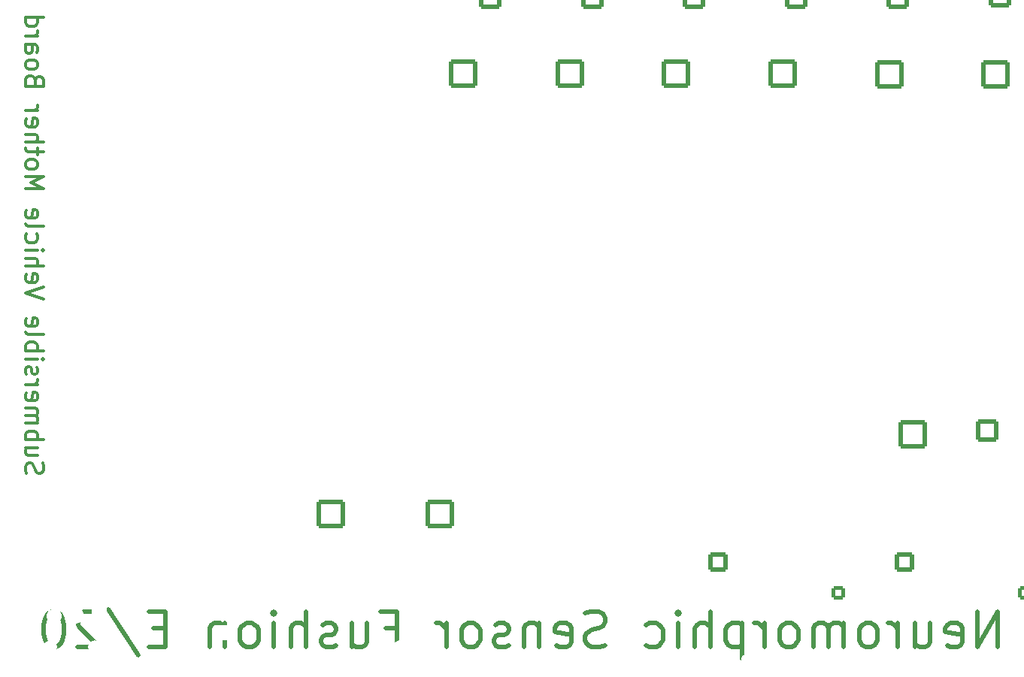
<source format=gbo>
G04 #@! TF.GenerationSoftware,KiCad,Pcbnew,9.0.7*
G04 #@! TF.CreationDate,2026-02-01T12:24:03+05:30*
G04 #@! TF.ProjectId,motherboard_sub,6d6f7468-6572-4626-9f61-72645f737562,rev?*
G04 #@! TF.SameCoordinates,Original*
G04 #@! TF.FileFunction,Legend,Bot*
G04 #@! TF.FilePolarity,Positive*
%FSLAX46Y46*%
G04 Gerber Fmt 4.6, Leading zero omitted, Abs format (unit mm)*
G04 Created by KiCad (PCBNEW 9.0.7) date 2026-02-01 12:24:03*
%MOMM*%
%LPD*%
G01*
G04 APERTURE LIST*
G04 Aperture macros list*
%AMRoundRect*
0 Rectangle with rounded corners*
0 $1 Rounding radius*
0 $2 $3 $4 $5 $6 $7 $8 $9 X,Y pos of 4 corners*
0 Add a 4 corners polygon primitive as box body*
4,1,4,$2,$3,$4,$5,$6,$7,$8,$9,$2,$3,0*
0 Add four circle primitives for the rounded corners*
1,1,$1+$1,$2,$3*
1,1,$1+$1,$4,$5*
1,1,$1+$1,$6,$7*
1,1,$1+$1,$8,$9*
0 Add four rect primitives between the rounded corners*
20,1,$1+$1,$2,$3,$4,$5,0*
20,1,$1+$1,$4,$5,$6,$7,0*
20,1,$1+$1,$6,$7,$8,$9,0*
20,1,$1+$1,$8,$9,$2,$3,0*%
G04 Aperture macros list end*
%ADD10C,0.300000*%
%ADD11C,0.500000*%
%ADD12C,1.600000*%
%ADD13R,1.700000X1.700000*%
%ADD14C,1.700000*%
%ADD15C,1.500000*%
%ADD16O,2.000000X1.200000*%
%ADD17R,1.800000X1.800000*%
%ADD18C,1.800000*%
%ADD19RoundRect,0.250000X-0.550000X0.550000X-0.550000X-0.550000X0.550000X-0.550000X0.550000X0.550000X0*%
%ADD20R,2.000000X1.905000*%
%ADD21O,2.000000X1.905000*%
%ADD22RoundRect,0.250000X1.050000X-1.050000X1.050000X1.050000X-1.050000X1.050000X-1.050000X-1.050000X0*%
%ADD23C,2.600000*%
%ADD24RoundRect,0.250000X1.350000X1.350000X-1.350000X1.350000X-1.350000X-1.350000X1.350000X-1.350000X0*%
%ADD25C,3.200000*%
%ADD26RoundRect,0.250000X1.050000X1.050000X-1.050000X1.050000X-1.050000X-1.050000X1.050000X-1.050000X0*%
%ADD27RoundRect,0.250000X-1.350000X1.350000X-1.350000X-1.350000X1.350000X-1.350000X1.350000X1.350000X0*%
%ADD28R,1.905000X2.000000*%
%ADD29O,1.905000X2.000000*%
%ADD30RoundRect,0.249999X0.850001X-0.850001X0.850001X0.850001X-0.850001X0.850001X-0.850001X-0.850001X0*%
%ADD31C,2.200000*%
%ADD32RoundRect,0.250000X-1.050000X-1.050000X1.050000X-1.050000X1.050000X1.050000X-1.050000X1.050000X0*%
%ADD33RoundRect,0.250000X-1.350000X-1.350000X1.350000X-1.350000X1.350000X1.350000X-1.350000X1.350000X0*%
%ADD34RoundRect,0.250000X0.650000X1.550000X-0.650000X1.550000X-0.650000X-1.550000X0.650000X-1.550000X0*%
%ADD35O,1.800000X3.600000*%
G04 APERTURE END LIST*
D10*
X24355600Y-124421679D02*
X24260361Y-124135965D01*
X24260361Y-124135965D02*
X24260361Y-123659774D01*
X24260361Y-123659774D02*
X24355600Y-123469298D01*
X24355600Y-123469298D02*
X24450838Y-123374060D01*
X24450838Y-123374060D02*
X24641314Y-123278822D01*
X24641314Y-123278822D02*
X24831790Y-123278822D01*
X24831790Y-123278822D02*
X25022266Y-123374060D01*
X25022266Y-123374060D02*
X25117504Y-123469298D01*
X25117504Y-123469298D02*
X25212742Y-123659774D01*
X25212742Y-123659774D02*
X25307980Y-124040727D01*
X25307980Y-124040727D02*
X25403219Y-124231203D01*
X25403219Y-124231203D02*
X25498457Y-124326441D01*
X25498457Y-124326441D02*
X25688933Y-124421679D01*
X25688933Y-124421679D02*
X25879409Y-124421679D01*
X25879409Y-124421679D02*
X26069885Y-124326441D01*
X26069885Y-124326441D02*
X26165123Y-124231203D01*
X26165123Y-124231203D02*
X26260361Y-124040727D01*
X26260361Y-124040727D02*
X26260361Y-123564536D01*
X26260361Y-123564536D02*
X26165123Y-123278822D01*
X25593695Y-121564536D02*
X24260361Y-121564536D01*
X25593695Y-122421679D02*
X24546076Y-122421679D01*
X24546076Y-122421679D02*
X24355600Y-122326441D01*
X24355600Y-122326441D02*
X24260361Y-122135965D01*
X24260361Y-122135965D02*
X24260361Y-121850250D01*
X24260361Y-121850250D02*
X24355600Y-121659774D01*
X24355600Y-121659774D02*
X24450838Y-121564536D01*
X24260361Y-120612155D02*
X26260361Y-120612155D01*
X25498457Y-120612155D02*
X25593695Y-120421679D01*
X25593695Y-120421679D02*
X25593695Y-120040726D01*
X25593695Y-120040726D02*
X25498457Y-119850250D01*
X25498457Y-119850250D02*
X25403219Y-119755012D01*
X25403219Y-119755012D02*
X25212742Y-119659774D01*
X25212742Y-119659774D02*
X24641314Y-119659774D01*
X24641314Y-119659774D02*
X24450838Y-119755012D01*
X24450838Y-119755012D02*
X24355600Y-119850250D01*
X24355600Y-119850250D02*
X24260361Y-120040726D01*
X24260361Y-120040726D02*
X24260361Y-120421679D01*
X24260361Y-120421679D02*
X24355600Y-120612155D01*
X24260361Y-118802631D02*
X25593695Y-118802631D01*
X25403219Y-118802631D02*
X25498457Y-118707393D01*
X25498457Y-118707393D02*
X25593695Y-118516917D01*
X25593695Y-118516917D02*
X25593695Y-118231202D01*
X25593695Y-118231202D02*
X25498457Y-118040726D01*
X25498457Y-118040726D02*
X25307980Y-117945488D01*
X25307980Y-117945488D02*
X24260361Y-117945488D01*
X25307980Y-117945488D02*
X25498457Y-117850250D01*
X25498457Y-117850250D02*
X25593695Y-117659774D01*
X25593695Y-117659774D02*
X25593695Y-117374060D01*
X25593695Y-117374060D02*
X25498457Y-117183583D01*
X25498457Y-117183583D02*
X25307980Y-117088345D01*
X25307980Y-117088345D02*
X24260361Y-117088345D01*
X24355600Y-115374059D02*
X24260361Y-115564535D01*
X24260361Y-115564535D02*
X24260361Y-115945488D01*
X24260361Y-115945488D02*
X24355600Y-116135964D01*
X24355600Y-116135964D02*
X24546076Y-116231202D01*
X24546076Y-116231202D02*
X25307980Y-116231202D01*
X25307980Y-116231202D02*
X25498457Y-116135964D01*
X25498457Y-116135964D02*
X25593695Y-115945488D01*
X25593695Y-115945488D02*
X25593695Y-115564535D01*
X25593695Y-115564535D02*
X25498457Y-115374059D01*
X25498457Y-115374059D02*
X25307980Y-115278821D01*
X25307980Y-115278821D02*
X25117504Y-115278821D01*
X25117504Y-115278821D02*
X24927028Y-116231202D01*
X24260361Y-114421678D02*
X25593695Y-114421678D01*
X25212742Y-114421678D02*
X25403219Y-114326440D01*
X25403219Y-114326440D02*
X25498457Y-114231202D01*
X25498457Y-114231202D02*
X25593695Y-114040726D01*
X25593695Y-114040726D02*
X25593695Y-113850249D01*
X24355600Y-113278821D02*
X24260361Y-113088345D01*
X24260361Y-113088345D02*
X24260361Y-112707393D01*
X24260361Y-112707393D02*
X24355600Y-112516916D01*
X24355600Y-112516916D02*
X24546076Y-112421678D01*
X24546076Y-112421678D02*
X24641314Y-112421678D01*
X24641314Y-112421678D02*
X24831790Y-112516916D01*
X24831790Y-112516916D02*
X24927028Y-112707393D01*
X24927028Y-112707393D02*
X24927028Y-112993107D01*
X24927028Y-112993107D02*
X25022266Y-113183583D01*
X25022266Y-113183583D02*
X25212742Y-113278821D01*
X25212742Y-113278821D02*
X25307980Y-113278821D01*
X25307980Y-113278821D02*
X25498457Y-113183583D01*
X25498457Y-113183583D02*
X25593695Y-112993107D01*
X25593695Y-112993107D02*
X25593695Y-112707393D01*
X25593695Y-112707393D02*
X25498457Y-112516916D01*
X24260361Y-111564535D02*
X25593695Y-111564535D01*
X26260361Y-111564535D02*
X26165123Y-111659773D01*
X26165123Y-111659773D02*
X26069885Y-111564535D01*
X26069885Y-111564535D02*
X26165123Y-111469297D01*
X26165123Y-111469297D02*
X26260361Y-111564535D01*
X26260361Y-111564535D02*
X26069885Y-111564535D01*
X24260361Y-110612154D02*
X26260361Y-110612154D01*
X25498457Y-110612154D02*
X25593695Y-110421678D01*
X25593695Y-110421678D02*
X25593695Y-110040725D01*
X25593695Y-110040725D02*
X25498457Y-109850249D01*
X25498457Y-109850249D02*
X25403219Y-109755011D01*
X25403219Y-109755011D02*
X25212742Y-109659773D01*
X25212742Y-109659773D02*
X24641314Y-109659773D01*
X24641314Y-109659773D02*
X24450838Y-109755011D01*
X24450838Y-109755011D02*
X24355600Y-109850249D01*
X24355600Y-109850249D02*
X24260361Y-110040725D01*
X24260361Y-110040725D02*
X24260361Y-110421678D01*
X24260361Y-110421678D02*
X24355600Y-110612154D01*
X24260361Y-108516916D02*
X24355600Y-108707392D01*
X24355600Y-108707392D02*
X24546076Y-108802630D01*
X24546076Y-108802630D02*
X26260361Y-108802630D01*
X24355600Y-106993106D02*
X24260361Y-107183582D01*
X24260361Y-107183582D02*
X24260361Y-107564535D01*
X24260361Y-107564535D02*
X24355600Y-107755011D01*
X24355600Y-107755011D02*
X24546076Y-107850249D01*
X24546076Y-107850249D02*
X25307980Y-107850249D01*
X25307980Y-107850249D02*
X25498457Y-107755011D01*
X25498457Y-107755011D02*
X25593695Y-107564535D01*
X25593695Y-107564535D02*
X25593695Y-107183582D01*
X25593695Y-107183582D02*
X25498457Y-106993106D01*
X25498457Y-106993106D02*
X25307980Y-106897868D01*
X25307980Y-106897868D02*
X25117504Y-106897868D01*
X25117504Y-106897868D02*
X24927028Y-107850249D01*
X26260361Y-104802629D02*
X24260361Y-104135963D01*
X24260361Y-104135963D02*
X26260361Y-103469296D01*
X24355600Y-102040724D02*
X24260361Y-102231200D01*
X24260361Y-102231200D02*
X24260361Y-102612153D01*
X24260361Y-102612153D02*
X24355600Y-102802629D01*
X24355600Y-102802629D02*
X24546076Y-102897867D01*
X24546076Y-102897867D02*
X25307980Y-102897867D01*
X25307980Y-102897867D02*
X25498457Y-102802629D01*
X25498457Y-102802629D02*
X25593695Y-102612153D01*
X25593695Y-102612153D02*
X25593695Y-102231200D01*
X25593695Y-102231200D02*
X25498457Y-102040724D01*
X25498457Y-102040724D02*
X25307980Y-101945486D01*
X25307980Y-101945486D02*
X25117504Y-101945486D01*
X25117504Y-101945486D02*
X24927028Y-102897867D01*
X24260361Y-101088343D02*
X26260361Y-101088343D01*
X24260361Y-100231200D02*
X25307980Y-100231200D01*
X25307980Y-100231200D02*
X25498457Y-100326438D01*
X25498457Y-100326438D02*
X25593695Y-100516914D01*
X25593695Y-100516914D02*
X25593695Y-100802629D01*
X25593695Y-100802629D02*
X25498457Y-100993105D01*
X25498457Y-100993105D02*
X25403219Y-101088343D01*
X24260361Y-99278819D02*
X25593695Y-99278819D01*
X26260361Y-99278819D02*
X26165123Y-99374057D01*
X26165123Y-99374057D02*
X26069885Y-99278819D01*
X26069885Y-99278819D02*
X26165123Y-99183581D01*
X26165123Y-99183581D02*
X26260361Y-99278819D01*
X26260361Y-99278819D02*
X26069885Y-99278819D01*
X24355600Y-97469295D02*
X24260361Y-97659771D01*
X24260361Y-97659771D02*
X24260361Y-98040724D01*
X24260361Y-98040724D02*
X24355600Y-98231200D01*
X24355600Y-98231200D02*
X24450838Y-98326438D01*
X24450838Y-98326438D02*
X24641314Y-98421676D01*
X24641314Y-98421676D02*
X25212742Y-98421676D01*
X25212742Y-98421676D02*
X25403219Y-98326438D01*
X25403219Y-98326438D02*
X25498457Y-98231200D01*
X25498457Y-98231200D02*
X25593695Y-98040724D01*
X25593695Y-98040724D02*
X25593695Y-97659771D01*
X25593695Y-97659771D02*
X25498457Y-97469295D01*
X24260361Y-96326438D02*
X24355600Y-96516914D01*
X24355600Y-96516914D02*
X24546076Y-96612152D01*
X24546076Y-96612152D02*
X26260361Y-96612152D01*
X24355600Y-94802628D02*
X24260361Y-94993104D01*
X24260361Y-94993104D02*
X24260361Y-95374057D01*
X24260361Y-95374057D02*
X24355600Y-95564533D01*
X24355600Y-95564533D02*
X24546076Y-95659771D01*
X24546076Y-95659771D02*
X25307980Y-95659771D01*
X25307980Y-95659771D02*
X25498457Y-95564533D01*
X25498457Y-95564533D02*
X25593695Y-95374057D01*
X25593695Y-95374057D02*
X25593695Y-94993104D01*
X25593695Y-94993104D02*
X25498457Y-94802628D01*
X25498457Y-94802628D02*
X25307980Y-94707390D01*
X25307980Y-94707390D02*
X25117504Y-94707390D01*
X25117504Y-94707390D02*
X24927028Y-95659771D01*
X24260361Y-92326437D02*
X26260361Y-92326437D01*
X26260361Y-92326437D02*
X24831790Y-91659770D01*
X24831790Y-91659770D02*
X26260361Y-90993104D01*
X26260361Y-90993104D02*
X24260361Y-90993104D01*
X24260361Y-89755009D02*
X24355600Y-89945485D01*
X24355600Y-89945485D02*
X24450838Y-90040723D01*
X24450838Y-90040723D02*
X24641314Y-90135961D01*
X24641314Y-90135961D02*
X25212742Y-90135961D01*
X25212742Y-90135961D02*
X25403219Y-90040723D01*
X25403219Y-90040723D02*
X25498457Y-89945485D01*
X25498457Y-89945485D02*
X25593695Y-89755009D01*
X25593695Y-89755009D02*
X25593695Y-89469294D01*
X25593695Y-89469294D02*
X25498457Y-89278818D01*
X25498457Y-89278818D02*
X25403219Y-89183580D01*
X25403219Y-89183580D02*
X25212742Y-89088342D01*
X25212742Y-89088342D02*
X24641314Y-89088342D01*
X24641314Y-89088342D02*
X24450838Y-89183580D01*
X24450838Y-89183580D02*
X24355600Y-89278818D01*
X24355600Y-89278818D02*
X24260361Y-89469294D01*
X24260361Y-89469294D02*
X24260361Y-89755009D01*
X25593695Y-88516913D02*
X25593695Y-87755009D01*
X26260361Y-88231199D02*
X24546076Y-88231199D01*
X24546076Y-88231199D02*
X24355600Y-88135961D01*
X24355600Y-88135961D02*
X24260361Y-87945485D01*
X24260361Y-87945485D02*
X24260361Y-87755009D01*
X24260361Y-87088342D02*
X26260361Y-87088342D01*
X24260361Y-86231199D02*
X25307980Y-86231199D01*
X25307980Y-86231199D02*
X25498457Y-86326437D01*
X25498457Y-86326437D02*
X25593695Y-86516913D01*
X25593695Y-86516913D02*
X25593695Y-86802628D01*
X25593695Y-86802628D02*
X25498457Y-86993104D01*
X25498457Y-86993104D02*
X25403219Y-87088342D01*
X24355600Y-84516913D02*
X24260361Y-84707389D01*
X24260361Y-84707389D02*
X24260361Y-85088342D01*
X24260361Y-85088342D02*
X24355600Y-85278818D01*
X24355600Y-85278818D02*
X24546076Y-85374056D01*
X24546076Y-85374056D02*
X25307980Y-85374056D01*
X25307980Y-85374056D02*
X25498457Y-85278818D01*
X25498457Y-85278818D02*
X25593695Y-85088342D01*
X25593695Y-85088342D02*
X25593695Y-84707389D01*
X25593695Y-84707389D02*
X25498457Y-84516913D01*
X25498457Y-84516913D02*
X25307980Y-84421675D01*
X25307980Y-84421675D02*
X25117504Y-84421675D01*
X25117504Y-84421675D02*
X24927028Y-85374056D01*
X24260361Y-83564532D02*
X25593695Y-83564532D01*
X25212742Y-83564532D02*
X25403219Y-83469294D01*
X25403219Y-83469294D02*
X25498457Y-83374056D01*
X25498457Y-83374056D02*
X25593695Y-83183580D01*
X25593695Y-83183580D02*
X25593695Y-82993103D01*
X25307980Y-80135960D02*
X25212742Y-79850246D01*
X25212742Y-79850246D02*
X25117504Y-79755008D01*
X25117504Y-79755008D02*
X24927028Y-79659770D01*
X24927028Y-79659770D02*
X24641314Y-79659770D01*
X24641314Y-79659770D02*
X24450838Y-79755008D01*
X24450838Y-79755008D02*
X24355600Y-79850246D01*
X24355600Y-79850246D02*
X24260361Y-80040722D01*
X24260361Y-80040722D02*
X24260361Y-80802627D01*
X24260361Y-80802627D02*
X26260361Y-80802627D01*
X26260361Y-80802627D02*
X26260361Y-80135960D01*
X26260361Y-80135960D02*
X26165123Y-79945484D01*
X26165123Y-79945484D02*
X26069885Y-79850246D01*
X26069885Y-79850246D02*
X25879409Y-79755008D01*
X25879409Y-79755008D02*
X25688933Y-79755008D01*
X25688933Y-79755008D02*
X25498457Y-79850246D01*
X25498457Y-79850246D02*
X25403219Y-79945484D01*
X25403219Y-79945484D02*
X25307980Y-80135960D01*
X25307980Y-80135960D02*
X25307980Y-80802627D01*
X24260361Y-78516913D02*
X24355600Y-78707389D01*
X24355600Y-78707389D02*
X24450838Y-78802627D01*
X24450838Y-78802627D02*
X24641314Y-78897865D01*
X24641314Y-78897865D02*
X25212742Y-78897865D01*
X25212742Y-78897865D02*
X25403219Y-78802627D01*
X25403219Y-78802627D02*
X25498457Y-78707389D01*
X25498457Y-78707389D02*
X25593695Y-78516913D01*
X25593695Y-78516913D02*
X25593695Y-78231198D01*
X25593695Y-78231198D02*
X25498457Y-78040722D01*
X25498457Y-78040722D02*
X25403219Y-77945484D01*
X25403219Y-77945484D02*
X25212742Y-77850246D01*
X25212742Y-77850246D02*
X24641314Y-77850246D01*
X24641314Y-77850246D02*
X24450838Y-77945484D01*
X24450838Y-77945484D02*
X24355600Y-78040722D01*
X24355600Y-78040722D02*
X24260361Y-78231198D01*
X24260361Y-78231198D02*
X24260361Y-78516913D01*
X24260361Y-76135960D02*
X25307980Y-76135960D01*
X25307980Y-76135960D02*
X25498457Y-76231198D01*
X25498457Y-76231198D02*
X25593695Y-76421674D01*
X25593695Y-76421674D02*
X25593695Y-76802627D01*
X25593695Y-76802627D02*
X25498457Y-76993103D01*
X24355600Y-76135960D02*
X24260361Y-76326436D01*
X24260361Y-76326436D02*
X24260361Y-76802627D01*
X24260361Y-76802627D02*
X24355600Y-76993103D01*
X24355600Y-76993103D02*
X24546076Y-77088341D01*
X24546076Y-77088341D02*
X24736552Y-77088341D01*
X24736552Y-77088341D02*
X24927028Y-76993103D01*
X24927028Y-76993103D02*
X25022266Y-76802627D01*
X25022266Y-76802627D02*
X25022266Y-76326436D01*
X25022266Y-76326436D02*
X25117504Y-76135960D01*
X24260361Y-75183579D02*
X25593695Y-75183579D01*
X25212742Y-75183579D02*
X25403219Y-75088341D01*
X25403219Y-75088341D02*
X25498457Y-74993103D01*
X25498457Y-74993103D02*
X25593695Y-74802627D01*
X25593695Y-74802627D02*
X25593695Y-74612150D01*
X24260361Y-73088341D02*
X26260361Y-73088341D01*
X24355600Y-73088341D02*
X24260361Y-73278817D01*
X24260361Y-73278817D02*
X24260361Y-73659770D01*
X24260361Y-73659770D02*
X24355600Y-73850246D01*
X24355600Y-73850246D02*
X24450838Y-73945484D01*
X24450838Y-73945484D02*
X24641314Y-74040722D01*
X24641314Y-74040722D02*
X25212742Y-74040722D01*
X25212742Y-74040722D02*
X25403219Y-73945484D01*
X25403219Y-73945484D02*
X25498457Y-73850246D01*
X25498457Y-73850246D02*
X25593695Y-73659770D01*
X25593695Y-73659770D02*
X25593695Y-73278817D01*
X25593695Y-73278817D02*
X25498457Y-73088341D01*
D11*
X133718672Y-143984476D02*
X133718672Y-139984476D01*
X133718672Y-139984476D02*
X131432957Y-143984476D01*
X131432957Y-143984476D02*
X131432957Y-139984476D01*
X128004386Y-143794000D02*
X128385338Y-143984476D01*
X128385338Y-143984476D02*
X129147243Y-143984476D01*
X129147243Y-143984476D02*
X129528196Y-143794000D01*
X129528196Y-143794000D02*
X129718672Y-143413047D01*
X129718672Y-143413047D02*
X129718672Y-141889238D01*
X129718672Y-141889238D02*
X129528196Y-141508285D01*
X129528196Y-141508285D02*
X129147243Y-141317809D01*
X129147243Y-141317809D02*
X128385338Y-141317809D01*
X128385338Y-141317809D02*
X128004386Y-141508285D01*
X128004386Y-141508285D02*
X127813910Y-141889238D01*
X127813910Y-141889238D02*
X127813910Y-142270190D01*
X127813910Y-142270190D02*
X129718672Y-142651142D01*
X124385339Y-141317809D02*
X124385339Y-143984476D01*
X126099625Y-141317809D02*
X126099625Y-143413047D01*
X126099625Y-143413047D02*
X125909148Y-143794000D01*
X125909148Y-143794000D02*
X125528196Y-143984476D01*
X125528196Y-143984476D02*
X124956767Y-143984476D01*
X124956767Y-143984476D02*
X124575815Y-143794000D01*
X124575815Y-143794000D02*
X124385339Y-143603523D01*
X122480577Y-143984476D02*
X122480577Y-141317809D01*
X122480577Y-142079714D02*
X122290100Y-141698761D01*
X122290100Y-141698761D02*
X122099624Y-141508285D01*
X122099624Y-141508285D02*
X121718672Y-141317809D01*
X121718672Y-141317809D02*
X121337719Y-141317809D01*
X119432958Y-143984476D02*
X119813910Y-143794000D01*
X119813910Y-143794000D02*
X120004387Y-143603523D01*
X120004387Y-143603523D02*
X120194863Y-143222571D01*
X120194863Y-143222571D02*
X120194863Y-142079714D01*
X120194863Y-142079714D02*
X120004387Y-141698761D01*
X120004387Y-141698761D02*
X119813910Y-141508285D01*
X119813910Y-141508285D02*
X119432958Y-141317809D01*
X119432958Y-141317809D02*
X118861529Y-141317809D01*
X118861529Y-141317809D02*
X118480577Y-141508285D01*
X118480577Y-141508285D02*
X118290101Y-141698761D01*
X118290101Y-141698761D02*
X118099625Y-142079714D01*
X118099625Y-142079714D02*
X118099625Y-143222571D01*
X118099625Y-143222571D02*
X118290101Y-143603523D01*
X118290101Y-143603523D02*
X118480577Y-143794000D01*
X118480577Y-143794000D02*
X118861529Y-143984476D01*
X118861529Y-143984476D02*
X119432958Y-143984476D01*
X116385339Y-143984476D02*
X116385339Y-141317809D01*
X116385339Y-141698761D02*
X116194862Y-141508285D01*
X116194862Y-141508285D02*
X115813910Y-141317809D01*
X115813910Y-141317809D02*
X115242481Y-141317809D01*
X115242481Y-141317809D02*
X114861529Y-141508285D01*
X114861529Y-141508285D02*
X114671053Y-141889238D01*
X114671053Y-141889238D02*
X114671053Y-143984476D01*
X114671053Y-141889238D02*
X114480577Y-141508285D01*
X114480577Y-141508285D02*
X114099624Y-141317809D01*
X114099624Y-141317809D02*
X113528196Y-141317809D01*
X113528196Y-141317809D02*
X113147243Y-141508285D01*
X113147243Y-141508285D02*
X112956767Y-141889238D01*
X112956767Y-141889238D02*
X112956767Y-143984476D01*
X110480577Y-143984476D02*
X110861529Y-143794000D01*
X110861529Y-143794000D02*
X111052006Y-143603523D01*
X111052006Y-143603523D02*
X111242482Y-143222571D01*
X111242482Y-143222571D02*
X111242482Y-142079714D01*
X111242482Y-142079714D02*
X111052006Y-141698761D01*
X111052006Y-141698761D02*
X110861529Y-141508285D01*
X110861529Y-141508285D02*
X110480577Y-141317809D01*
X110480577Y-141317809D02*
X109909148Y-141317809D01*
X109909148Y-141317809D02*
X109528196Y-141508285D01*
X109528196Y-141508285D02*
X109337720Y-141698761D01*
X109337720Y-141698761D02*
X109147244Y-142079714D01*
X109147244Y-142079714D02*
X109147244Y-143222571D01*
X109147244Y-143222571D02*
X109337720Y-143603523D01*
X109337720Y-143603523D02*
X109528196Y-143794000D01*
X109528196Y-143794000D02*
X109909148Y-143984476D01*
X109909148Y-143984476D02*
X110480577Y-143984476D01*
X107432958Y-143984476D02*
X107432958Y-141317809D01*
X107432958Y-142079714D02*
X107242481Y-141698761D01*
X107242481Y-141698761D02*
X107052005Y-141508285D01*
X107052005Y-141508285D02*
X106671053Y-141317809D01*
X106671053Y-141317809D02*
X106290100Y-141317809D01*
X104956768Y-141317809D02*
X104956768Y-145317809D01*
X104956768Y-141508285D02*
X104575815Y-141317809D01*
X104575815Y-141317809D02*
X103813910Y-141317809D01*
X103813910Y-141317809D02*
X103432958Y-141508285D01*
X103432958Y-141508285D02*
X103242482Y-141698761D01*
X103242482Y-141698761D02*
X103052006Y-142079714D01*
X103052006Y-142079714D02*
X103052006Y-143222571D01*
X103052006Y-143222571D02*
X103242482Y-143603523D01*
X103242482Y-143603523D02*
X103432958Y-143794000D01*
X103432958Y-143794000D02*
X103813910Y-143984476D01*
X103813910Y-143984476D02*
X104575815Y-143984476D01*
X104575815Y-143984476D02*
X104956768Y-143794000D01*
X101337720Y-143984476D02*
X101337720Y-139984476D01*
X99623434Y-143984476D02*
X99623434Y-141889238D01*
X99623434Y-141889238D02*
X99813910Y-141508285D01*
X99813910Y-141508285D02*
X100194862Y-141317809D01*
X100194862Y-141317809D02*
X100766291Y-141317809D01*
X100766291Y-141317809D02*
X101147243Y-141508285D01*
X101147243Y-141508285D02*
X101337720Y-141698761D01*
X97718672Y-143984476D02*
X97718672Y-141317809D01*
X97718672Y-139984476D02*
X97909148Y-140174952D01*
X97909148Y-140174952D02*
X97718672Y-140365428D01*
X97718672Y-140365428D02*
X97528195Y-140174952D01*
X97528195Y-140174952D02*
X97718672Y-139984476D01*
X97718672Y-139984476D02*
X97718672Y-140365428D01*
X94099624Y-143794000D02*
X94480576Y-143984476D01*
X94480576Y-143984476D02*
X95242481Y-143984476D01*
X95242481Y-143984476D02*
X95623433Y-143794000D01*
X95623433Y-143794000D02*
X95813910Y-143603523D01*
X95813910Y-143603523D02*
X96004386Y-143222571D01*
X96004386Y-143222571D02*
X96004386Y-142079714D01*
X96004386Y-142079714D02*
X95813910Y-141698761D01*
X95813910Y-141698761D02*
X95623433Y-141508285D01*
X95623433Y-141508285D02*
X95242481Y-141317809D01*
X95242481Y-141317809D02*
X94480576Y-141317809D01*
X94480576Y-141317809D02*
X94099624Y-141508285D01*
X89528196Y-143794000D02*
X88956767Y-143984476D01*
X88956767Y-143984476D02*
X88004386Y-143984476D01*
X88004386Y-143984476D02*
X87623434Y-143794000D01*
X87623434Y-143794000D02*
X87432958Y-143603523D01*
X87432958Y-143603523D02*
X87242481Y-143222571D01*
X87242481Y-143222571D02*
X87242481Y-142841619D01*
X87242481Y-142841619D02*
X87432958Y-142460666D01*
X87432958Y-142460666D02*
X87623434Y-142270190D01*
X87623434Y-142270190D02*
X88004386Y-142079714D01*
X88004386Y-142079714D02*
X88766291Y-141889238D01*
X88766291Y-141889238D02*
X89147243Y-141698761D01*
X89147243Y-141698761D02*
X89337720Y-141508285D01*
X89337720Y-141508285D02*
X89528196Y-141127333D01*
X89528196Y-141127333D02*
X89528196Y-140746380D01*
X89528196Y-140746380D02*
X89337720Y-140365428D01*
X89337720Y-140365428D02*
X89147243Y-140174952D01*
X89147243Y-140174952D02*
X88766291Y-139984476D01*
X88766291Y-139984476D02*
X87813910Y-139984476D01*
X87813910Y-139984476D02*
X87242481Y-140174952D01*
X84004386Y-143794000D02*
X84385338Y-143984476D01*
X84385338Y-143984476D02*
X85147243Y-143984476D01*
X85147243Y-143984476D02*
X85528196Y-143794000D01*
X85528196Y-143794000D02*
X85718672Y-143413047D01*
X85718672Y-143413047D02*
X85718672Y-141889238D01*
X85718672Y-141889238D02*
X85528196Y-141508285D01*
X85528196Y-141508285D02*
X85147243Y-141317809D01*
X85147243Y-141317809D02*
X84385338Y-141317809D01*
X84385338Y-141317809D02*
X84004386Y-141508285D01*
X84004386Y-141508285D02*
X83813910Y-141889238D01*
X83813910Y-141889238D02*
X83813910Y-142270190D01*
X83813910Y-142270190D02*
X85718672Y-142651142D01*
X82099625Y-141317809D02*
X82099625Y-143984476D01*
X82099625Y-141698761D02*
X81909148Y-141508285D01*
X81909148Y-141508285D02*
X81528196Y-141317809D01*
X81528196Y-141317809D02*
X80956767Y-141317809D01*
X80956767Y-141317809D02*
X80575815Y-141508285D01*
X80575815Y-141508285D02*
X80385339Y-141889238D01*
X80385339Y-141889238D02*
X80385339Y-143984476D01*
X78671053Y-143794000D02*
X78290100Y-143984476D01*
X78290100Y-143984476D02*
X77528196Y-143984476D01*
X77528196Y-143984476D02*
X77147243Y-143794000D01*
X77147243Y-143794000D02*
X76956767Y-143413047D01*
X76956767Y-143413047D02*
X76956767Y-143222571D01*
X76956767Y-143222571D02*
X77147243Y-142841619D01*
X77147243Y-142841619D02*
X77528196Y-142651142D01*
X77528196Y-142651142D02*
X78099624Y-142651142D01*
X78099624Y-142651142D02*
X78480577Y-142460666D01*
X78480577Y-142460666D02*
X78671053Y-142079714D01*
X78671053Y-142079714D02*
X78671053Y-141889238D01*
X78671053Y-141889238D02*
X78480577Y-141508285D01*
X78480577Y-141508285D02*
X78099624Y-141317809D01*
X78099624Y-141317809D02*
X77528196Y-141317809D01*
X77528196Y-141317809D02*
X77147243Y-141508285D01*
X74671053Y-143984476D02*
X75052005Y-143794000D01*
X75052005Y-143794000D02*
X75242482Y-143603523D01*
X75242482Y-143603523D02*
X75432958Y-143222571D01*
X75432958Y-143222571D02*
X75432958Y-142079714D01*
X75432958Y-142079714D02*
X75242482Y-141698761D01*
X75242482Y-141698761D02*
X75052005Y-141508285D01*
X75052005Y-141508285D02*
X74671053Y-141317809D01*
X74671053Y-141317809D02*
X74099624Y-141317809D01*
X74099624Y-141317809D02*
X73718672Y-141508285D01*
X73718672Y-141508285D02*
X73528196Y-141698761D01*
X73528196Y-141698761D02*
X73337720Y-142079714D01*
X73337720Y-142079714D02*
X73337720Y-143222571D01*
X73337720Y-143222571D02*
X73528196Y-143603523D01*
X73528196Y-143603523D02*
X73718672Y-143794000D01*
X73718672Y-143794000D02*
X74099624Y-143984476D01*
X74099624Y-143984476D02*
X74671053Y-143984476D01*
X71623434Y-143984476D02*
X71623434Y-141317809D01*
X71623434Y-142079714D02*
X71432957Y-141698761D01*
X71432957Y-141698761D02*
X71242481Y-141508285D01*
X71242481Y-141508285D02*
X70861529Y-141317809D01*
X70861529Y-141317809D02*
X70480576Y-141317809D01*
X64766291Y-141889238D02*
X66099625Y-141889238D01*
X66099625Y-143984476D02*
X66099625Y-139984476D01*
X66099625Y-139984476D02*
X64194863Y-139984476D01*
X60956768Y-141317809D02*
X60956768Y-143984476D01*
X62671054Y-141317809D02*
X62671054Y-143413047D01*
X62671054Y-143413047D02*
X62480577Y-143794000D01*
X62480577Y-143794000D02*
X62099625Y-143984476D01*
X62099625Y-143984476D02*
X61528196Y-143984476D01*
X61528196Y-143984476D02*
X61147244Y-143794000D01*
X61147244Y-143794000D02*
X60956768Y-143603523D01*
X59242482Y-143794000D02*
X58861529Y-143984476D01*
X58861529Y-143984476D02*
X58099625Y-143984476D01*
X58099625Y-143984476D02*
X57718672Y-143794000D01*
X57718672Y-143794000D02*
X57528196Y-143413047D01*
X57528196Y-143413047D02*
X57528196Y-143222571D01*
X57528196Y-143222571D02*
X57718672Y-142841619D01*
X57718672Y-142841619D02*
X58099625Y-142651142D01*
X58099625Y-142651142D02*
X58671053Y-142651142D01*
X58671053Y-142651142D02*
X59052006Y-142460666D01*
X59052006Y-142460666D02*
X59242482Y-142079714D01*
X59242482Y-142079714D02*
X59242482Y-141889238D01*
X59242482Y-141889238D02*
X59052006Y-141508285D01*
X59052006Y-141508285D02*
X58671053Y-141317809D01*
X58671053Y-141317809D02*
X58099625Y-141317809D01*
X58099625Y-141317809D02*
X57718672Y-141508285D01*
X55813911Y-143984476D02*
X55813911Y-139984476D01*
X54099625Y-143984476D02*
X54099625Y-141889238D01*
X54099625Y-141889238D02*
X54290101Y-141508285D01*
X54290101Y-141508285D02*
X54671053Y-141317809D01*
X54671053Y-141317809D02*
X55242482Y-141317809D01*
X55242482Y-141317809D02*
X55623434Y-141508285D01*
X55623434Y-141508285D02*
X55813911Y-141698761D01*
X52194863Y-143984476D02*
X52194863Y-141317809D01*
X52194863Y-139984476D02*
X52385339Y-140174952D01*
X52385339Y-140174952D02*
X52194863Y-140365428D01*
X52194863Y-140365428D02*
X52004386Y-140174952D01*
X52004386Y-140174952D02*
X52194863Y-139984476D01*
X52194863Y-139984476D02*
X52194863Y-140365428D01*
X49718672Y-143984476D02*
X50099624Y-143794000D01*
X50099624Y-143794000D02*
X50290101Y-143603523D01*
X50290101Y-143603523D02*
X50480577Y-143222571D01*
X50480577Y-143222571D02*
X50480577Y-142079714D01*
X50480577Y-142079714D02*
X50290101Y-141698761D01*
X50290101Y-141698761D02*
X50099624Y-141508285D01*
X50099624Y-141508285D02*
X49718672Y-141317809D01*
X49718672Y-141317809D02*
X49147243Y-141317809D01*
X49147243Y-141317809D02*
X48766291Y-141508285D01*
X48766291Y-141508285D02*
X48575815Y-141698761D01*
X48575815Y-141698761D02*
X48385339Y-142079714D01*
X48385339Y-142079714D02*
X48385339Y-143222571D01*
X48385339Y-143222571D02*
X48575815Y-143603523D01*
X48575815Y-143603523D02*
X48766291Y-143794000D01*
X48766291Y-143794000D02*
X49147243Y-143984476D01*
X49147243Y-143984476D02*
X49718672Y-143984476D01*
X46671053Y-141317809D02*
X46671053Y-143984476D01*
X46671053Y-141698761D02*
X46480576Y-141508285D01*
X46480576Y-141508285D02*
X46099624Y-141317809D01*
X46099624Y-141317809D02*
X45528195Y-141317809D01*
X45528195Y-141317809D02*
X45147243Y-141508285D01*
X45147243Y-141508285D02*
X44956767Y-141889238D01*
X44956767Y-141889238D02*
X44956767Y-143984476D01*
X40004386Y-141889238D02*
X38671052Y-141889238D01*
X38099624Y-143984476D02*
X40004386Y-143984476D01*
X40004386Y-143984476D02*
X40004386Y-139984476D01*
X40004386Y-139984476D02*
X38099624Y-139984476D01*
X33528195Y-139794000D02*
X36956766Y-144936857D01*
X32385338Y-140365428D02*
X32194862Y-140174952D01*
X32194862Y-140174952D02*
X31813909Y-139984476D01*
X31813909Y-139984476D02*
X30861528Y-139984476D01*
X30861528Y-139984476D02*
X30480576Y-140174952D01*
X30480576Y-140174952D02*
X30290100Y-140365428D01*
X30290100Y-140365428D02*
X30099623Y-140746380D01*
X30099623Y-140746380D02*
X30099623Y-141127333D01*
X30099623Y-141127333D02*
X30290100Y-141698761D01*
X30290100Y-141698761D02*
X32575814Y-143984476D01*
X32575814Y-143984476D02*
X30099623Y-143984476D01*
X27623433Y-139984476D02*
X27242480Y-139984476D01*
X27242480Y-139984476D02*
X26861528Y-140174952D01*
X26861528Y-140174952D02*
X26671052Y-140365428D01*
X26671052Y-140365428D02*
X26480576Y-140746380D01*
X26480576Y-140746380D02*
X26290099Y-141508285D01*
X26290099Y-141508285D02*
X26290099Y-142460666D01*
X26290099Y-142460666D02*
X26480576Y-143222571D01*
X26480576Y-143222571D02*
X26671052Y-143603523D01*
X26671052Y-143603523D02*
X26861528Y-143794000D01*
X26861528Y-143794000D02*
X27242480Y-143984476D01*
X27242480Y-143984476D02*
X27623433Y-143984476D01*
X27623433Y-143984476D02*
X28004385Y-143794000D01*
X28004385Y-143794000D02*
X28194861Y-143603523D01*
X28194861Y-143603523D02*
X28385338Y-143222571D01*
X28385338Y-143222571D02*
X28575814Y-142460666D01*
X28575814Y-142460666D02*
X28575814Y-141508285D01*
X28575814Y-141508285D02*
X28385338Y-140746380D01*
X28385338Y-140746380D02*
X28194861Y-140365428D01*
X28194861Y-140365428D02*
X28004385Y-140174952D01*
X28004385Y-140174952D02*
X27623433Y-139984476D01*
%LPC*%
D12*
X41000000Y-91920000D03*
X41000000Y-102080000D03*
D13*
X32500000Y-129000000D03*
D14*
X29960000Y-129000000D03*
X27420000Y-129000000D03*
X24880000Y-129000000D03*
D13*
X67540000Y-150000000D03*
D14*
X65000000Y-150000000D03*
X62460000Y-150000000D03*
X59920000Y-150000000D03*
D13*
X56080000Y-150000000D03*
D14*
X53540000Y-150000000D03*
X51000000Y-150000000D03*
X48460000Y-150000000D03*
D13*
X44580000Y-150000000D03*
D14*
X42040000Y-150000000D03*
X39500000Y-150000000D03*
X36960000Y-150000000D03*
D13*
X32500000Y-140500000D03*
D14*
X29960000Y-140500000D03*
X27420000Y-140500000D03*
X24880000Y-140500000D03*
D15*
X27000000Y-144000000D03*
X32000000Y-144000000D03*
X61000000Y-154000000D03*
X66000000Y-154000000D03*
D16*
X62000000Y-121210000D03*
X62000000Y-118670000D03*
X62000000Y-116130000D03*
X62000000Y-113590000D03*
X62000000Y-111050000D03*
X62000000Y-108510000D03*
X62000000Y-105970000D03*
X62000000Y-103430000D03*
X62000000Y-100890000D03*
X62000000Y-98350000D03*
X62000000Y-95790000D03*
X62000000Y-93250000D03*
X62000000Y-90710000D03*
X62000000Y-88170000D03*
X62000000Y-85630000D03*
X62000000Y-83090000D03*
X62000000Y-80550000D03*
X62000000Y-78010000D03*
X62000000Y-75470000D03*
X62000000Y-72930000D03*
X62000000Y-70390000D03*
X62000000Y-67850000D03*
X36500000Y-121210000D03*
X36500000Y-118670000D03*
X36500000Y-116130000D03*
X36500000Y-113590000D03*
X36500000Y-111050000D03*
X36500000Y-108510000D03*
X36500000Y-105970000D03*
X36500000Y-103430000D03*
X36500000Y-100890000D03*
X36500000Y-98350000D03*
X36500000Y-95790000D03*
X36500000Y-93250000D03*
X36500000Y-90710000D03*
X36500000Y-85630000D03*
X36500000Y-83090000D03*
X36500000Y-80550000D03*
X36500000Y-78010000D03*
X36500000Y-75470000D03*
X36500000Y-72930000D03*
X36500000Y-70390000D03*
X36500000Y-67850000D03*
X36500000Y-88170000D03*
D13*
X66000000Y-120500000D03*
D14*
X66000000Y-117960000D03*
X66000000Y-115420000D03*
X66000000Y-112880000D03*
D13*
X33000000Y-94460000D03*
D14*
X33000000Y-97000000D03*
X33000000Y-99540000D03*
X33000000Y-102080000D03*
D13*
X73000000Y-120540000D03*
D14*
X73000000Y-118000000D03*
X73000000Y-115460000D03*
X73000000Y-112920000D03*
D13*
X33000000Y-82460000D03*
D14*
X33000000Y-85000000D03*
X33000000Y-87540000D03*
X33000000Y-90080000D03*
D13*
X77000000Y-120500000D03*
D14*
X77000000Y-117960000D03*
X77000000Y-115420000D03*
X77000000Y-112880000D03*
D12*
X76500000Y-124500000D03*
X86660000Y-124500000D03*
D17*
X89960000Y-128000000D03*
D18*
X92500000Y-128000000D03*
D17*
X46700000Y-142400000D03*
D18*
X43000000Y-140700000D03*
X46700000Y-139000000D03*
X43000000Y-137300000D03*
X46700000Y-135600000D03*
D19*
X58580000Y-69380000D03*
D12*
X56040000Y-69380000D03*
X53500000Y-69380000D03*
X50960000Y-69380000D03*
X48420000Y-69380000D03*
X45880000Y-69380000D03*
X43340000Y-69380000D03*
X40800000Y-69380000D03*
X40800000Y-77000000D03*
X43340000Y-77000000D03*
X45880000Y-77000000D03*
X48420000Y-77000000D03*
X50960000Y-77000000D03*
X53500000Y-77000000D03*
X56040000Y-77000000D03*
X58580000Y-77000000D03*
X44500000Y-102080000D03*
X44500000Y-91920000D03*
X28500000Y-68000000D03*
X28500000Y-78160000D03*
X33500000Y-64420000D03*
X33500000Y-74580000D03*
D15*
X30000000Y-87040000D03*
X30000000Y-82040000D03*
D20*
X103500000Y-115000000D03*
D21*
X103500000Y-117540000D03*
X103500000Y-120080000D03*
D12*
X96500000Y-115500000D03*
X99000000Y-115500000D03*
D22*
X132500000Y-119580000D03*
D23*
X132500000Y-114500000D03*
D12*
X111920000Y-112500000D03*
X122080000Y-112500000D03*
X111920000Y-115500000D03*
X122080000Y-115500000D03*
D24*
X124120000Y-120000000D03*
D25*
X108880000Y-120000000D03*
D15*
X95500000Y-120500000D03*
X100500000Y-120500000D03*
D12*
X66000000Y-90580000D03*
X66000000Y-80420000D03*
D26*
X111045000Y-70832500D03*
D23*
X105965000Y-70832500D03*
D26*
X134010000Y-70665000D03*
D23*
X128930000Y-70665000D03*
D12*
X105000000Y-90660000D03*
X105000000Y-80500000D03*
D27*
X73500000Y-79380000D03*
D25*
X73500000Y-94620000D03*
D28*
X117460000Y-101000000D03*
D29*
X120000000Y-101000000D03*
X122540000Y-101000000D03*
D12*
X70000000Y-144000000D03*
X66500000Y-144000000D03*
X67500000Y-136500000D03*
X70000000Y-136500000D03*
D15*
X71000000Y-149000000D03*
X71000000Y-154000000D03*
D12*
X58000000Y-81500000D03*
X58000000Y-91660000D03*
D30*
X123240000Y-134460000D03*
D31*
X123240000Y-124300000D03*
D15*
X122000000Y-105000000D03*
X122000000Y-110000000D03*
D12*
X41000000Y-87420000D03*
X51160000Y-87420000D03*
D28*
X129960000Y-100950000D03*
D29*
X132500000Y-100950000D03*
X135040000Y-100950000D03*
D12*
X58000000Y-123660000D03*
X58000000Y-113500000D03*
D26*
X88045000Y-70832500D03*
D23*
X82965000Y-70832500D03*
D17*
X96225000Y-128000000D03*
D18*
X98765000Y-128000000D03*
D12*
X44500000Y-115580000D03*
X44500000Y-105420000D03*
X49080000Y-146000000D03*
X38920000Y-146000000D03*
X51080000Y-84500000D03*
X40920000Y-84500000D03*
D15*
X97500000Y-105000000D03*
X97500000Y-110000000D03*
X31500000Y-147000000D03*
X36500000Y-147000000D03*
D26*
X122465000Y-70832500D03*
D23*
X117385000Y-70832500D03*
D12*
X129000000Y-106000000D03*
X129000000Y-108500000D03*
D28*
X92500000Y-101000000D03*
D29*
X95040000Y-101000000D03*
X97580000Y-101000000D03*
D32*
X87420000Y-149500000D03*
D23*
X92500000Y-149500000D03*
D19*
X115780000Y-137880000D03*
D12*
X113240000Y-137880000D03*
X110700000Y-137880000D03*
X108160000Y-137880000D03*
X105620000Y-137880000D03*
X103080000Y-137880000D03*
X100540000Y-137880000D03*
X98000000Y-137880000D03*
X98000000Y-145500000D03*
X100540000Y-145500000D03*
X103080000Y-145500000D03*
X105620000Y-145500000D03*
X108160000Y-145500000D03*
X110700000Y-145500000D03*
X113240000Y-145500000D03*
X115780000Y-145500000D03*
X55000000Y-94920000D03*
X55000000Y-105080000D03*
X133740000Y-134960000D03*
X133740000Y-124800000D03*
X55000000Y-113420000D03*
X55000000Y-123580000D03*
D15*
X134000000Y-105000000D03*
X134000000Y-110000000D03*
D26*
X76545000Y-70832500D03*
D23*
X71465000Y-70832500D03*
D12*
X58000000Y-105080000D03*
X58000000Y-94920000D03*
X116500000Y-106250000D03*
X116500000Y-108750000D03*
X81000000Y-90660000D03*
X81000000Y-80500000D03*
X69000000Y-90580000D03*
X69000000Y-80420000D03*
X40000000Y-132580000D03*
X40000000Y-122420000D03*
D32*
X76000000Y-149500000D03*
D23*
X81080000Y-149500000D03*
D12*
X91000000Y-112920000D03*
X91000000Y-123080000D03*
X48500000Y-107500000D03*
X58660000Y-107500000D03*
D33*
X70880000Y-129000000D03*
D25*
X86120000Y-129000000D03*
D27*
X109500000Y-79380000D03*
D25*
X109500000Y-94620000D03*
D12*
X115740000Y-134880000D03*
X115740000Y-124720000D03*
X48500000Y-110500000D03*
X58660000Y-110500000D03*
X105000000Y-106000000D03*
X105000000Y-108500000D03*
D34*
X113740000Y-150880000D03*
D35*
X110240000Y-150880000D03*
X106740000Y-150880000D03*
X103240000Y-150880000D03*
X99740000Y-150880000D03*
D12*
X106740000Y-134960000D03*
X106740000Y-124800000D03*
D27*
X97500000Y-79380000D03*
D25*
X97500000Y-94620000D03*
D34*
X135740000Y-150880000D03*
D35*
X132240000Y-150880000D03*
X128740000Y-150880000D03*
X125240000Y-150880000D03*
X121740000Y-150880000D03*
D12*
X117000000Y-90500000D03*
X117000000Y-80340000D03*
D27*
X85500000Y-79380000D03*
D25*
X85500000Y-94620000D03*
D12*
X63250000Y-129500000D03*
X66750000Y-129500000D03*
X55000000Y-91580000D03*
X55000000Y-81420000D03*
X78000000Y-90660000D03*
X78000000Y-80500000D03*
X128500000Y-91000000D03*
X128500000Y-80840000D03*
D15*
X110000000Y-105000000D03*
X110000000Y-110000000D03*
X55000000Y-154000000D03*
X50000000Y-154000000D03*
X69500000Y-121000000D03*
X69500000Y-116000000D03*
D12*
X127740000Y-134960000D03*
X127740000Y-124800000D03*
D24*
X58620000Y-129000000D03*
D25*
X43380000Y-129000000D03*
D12*
X92000000Y-106000000D03*
X92000000Y-108500000D03*
D30*
X102240000Y-134460000D03*
D31*
X102240000Y-124300000D03*
D15*
X59000000Y-133500000D03*
X54000000Y-133500000D03*
D28*
X105000000Y-101000000D03*
D29*
X107540000Y-101000000D03*
X110080000Y-101000000D03*
D12*
X79500000Y-106000000D03*
X79500000Y-108500000D03*
X114000000Y-90660000D03*
X114000000Y-80500000D03*
X136740000Y-134960000D03*
X136740000Y-124800000D03*
D28*
X67460000Y-101000000D03*
D29*
X70000000Y-101000000D03*
X72540000Y-101000000D03*
D12*
X112740000Y-134960000D03*
X112740000Y-124800000D03*
D15*
X85500000Y-105000000D03*
X85500000Y-110000000D03*
X32000000Y-132000000D03*
X27000000Y-132000000D03*
D12*
X109740000Y-134960000D03*
X109740000Y-124800000D03*
D26*
X99545000Y-70832500D03*
D23*
X94465000Y-70832500D03*
D15*
X30000000Y-94000000D03*
X30000000Y-99000000D03*
D12*
X130725000Y-134960000D03*
X130725000Y-124800000D03*
X82000000Y-118000000D03*
X87000000Y-118000000D03*
X90000000Y-90660000D03*
X90000000Y-80500000D03*
D27*
X121500000Y-79500000D03*
D25*
X121500000Y-94740000D03*
D28*
X80000000Y-101000000D03*
D29*
X82540000Y-101000000D03*
X85080000Y-101000000D03*
D12*
X69000000Y-106000000D03*
X69000000Y-108500000D03*
D15*
X74000000Y-105000000D03*
X74000000Y-110000000D03*
D27*
X133500000Y-79500000D03*
D25*
X133500000Y-94740000D03*
D12*
X102000000Y-90660000D03*
X102000000Y-80500000D03*
X93000000Y-90660000D03*
X93000000Y-80500000D03*
X125500000Y-91000000D03*
X125500000Y-80840000D03*
D19*
X136740000Y-137880000D03*
D12*
X134200000Y-137880000D03*
X131660000Y-137880000D03*
X129120000Y-137880000D03*
X126580000Y-137880000D03*
X124040000Y-137880000D03*
X121500000Y-137880000D03*
X118960000Y-137880000D03*
X118960000Y-145500000D03*
X121500000Y-145500000D03*
X124040000Y-145500000D03*
X126580000Y-145500000D03*
X129120000Y-145500000D03*
X131660000Y-145500000D03*
X134200000Y-145500000D03*
X136740000Y-145500000D03*
X40000000Y-105420000D03*
X40000000Y-115580000D03*
%LPD*%
M02*

</source>
